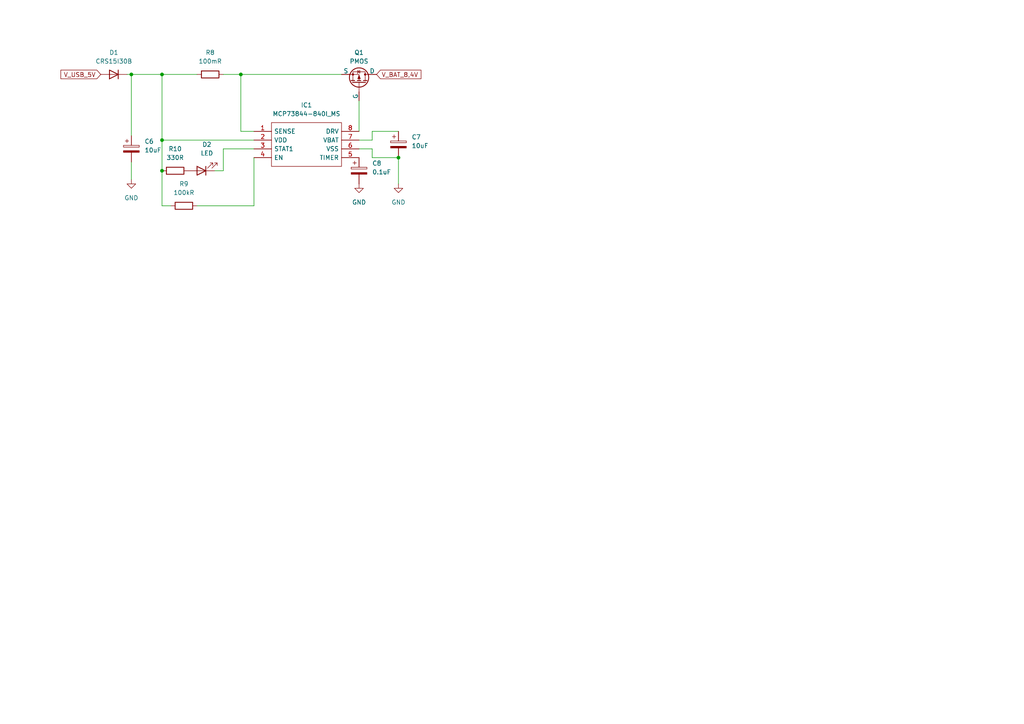
<source format=kicad_sch>
(kicad_sch (version 20230121) (generator eeschema)
  (paper "A4")
  (lib_symbols
    (symbol "Device:C_Polarized" (pin_numbers hide) (pin_names (offset 0.254))
      (property "Reference" "C" (at 0.635 2.54 0))
      (property "Value" "C_Polarized" (at 0.635 -2.54 0))
      (symbol "C_Polarized_0_1"
        (rectangle (start -2.286 0.508) (end 2.286 1.016))
        (polyline (pts (xy -1.778 2.286) (xy -0.762 2.286)))
        (polyline (pts (xy -1.27 2.794) (xy -1.27 1.778)))
        (rectangle (start 2.286 -0.508) (end -2.286 -1.016) (fill (type outline)))
      )
      (symbol "C_Polarized_1_1"
        (pin passive line (at 0 3.81 270) (length 2.794) (name "~") (number "1"))
        (pin passive line (at 0 -3.81 90) (length 2.794) (name "~") (number "2"))
      )
    )
    (symbol "Device:D" (pin_numbers hide) (pin_names (offset 1.016) hide)
      (property "Reference" "D" (at 0 2.54 0))
      (property "Value" "D" (at 0 -2.54 0))
      (symbol "D_0_1"
        (polyline (pts (xy -1.27 1.27) (xy -1.27 -1.27)) (stroke (width 0.254)))
        (polyline (pts (xy 1.27 0) (xy -1.27 0)))
        (polyline (pts (xy 1.27 1.27) (xy 1.27 -1.27) (xy -1.27 0) (xy 1.27 1.27)) (stroke (width 0.254)))
      )
      (symbol "D_1_1"
        (pin passive line (at -3.81 0 0) (length 2.54) (name "K") (number "1"))
        (pin passive line (at 3.81 0 180) (length 2.54) (name "A") (number "2"))
      )
    )
    (symbol "Device:LED" (pin_numbers hide) (pin_names (offset 1.016) hide)
      (property "Reference" "D" (at 0 2.54 0))
      (property "Value" "LED" (at 0 -2.54 0))
      (symbol "LED_0_1"
        (polyline (pts (xy -1.27 -1.27) (xy -1.27 1.27)) (stroke (width 0.254)))
        (polyline (pts (xy -1.27 0) (xy 1.27 0)))
        (polyline (pts (xy 1.27 -1.27) (xy 1.27 1.27) (xy -1.27 0) (xy 1.27 -1.27)) (stroke (width 0.254)))
        (polyline (pts (xy -3.048 -0.762) (xy -4.572 -2.286) (xy -3.81 -2.286) (xy -4.572 -2.286) (xy -4.572 -1.524)))
        (polyline (pts (xy -1.778 -0.762) (xy -3.302 -2.286) (xy -2.54 -2.286) (xy -3.302 -2.286) (xy -3.302 -1.524)))
      )
      (symbol "LED_1_1"
        (pin passive line (at -3.81 0 0) (length 2.54) (name "K") (number "1"))
        (pin passive line (at 3.81 0 180) (length 2.54) (name "A") (number "2"))
      )
    )
    (symbol "Device:R" (pin_numbers hide) (pin_names (offset 0))
      (property "Reference" "R" (at 2.032 0 90))
      (property "Value" "R" (at 0 0 90))
      (symbol "R_0_1"
        (rectangle (start -1.016 -2.54) (end 1.016 2.54) (stroke (width 0.254)))
      )
      (symbol "R_1_1"
        (pin passive line (at 0 3.81 270) (length 1.27) (name "~") (number "1"))
        (pin passive line (at 0 -3.81 90) (length 1.27) (name "~") (number "2"))
      )
    )
    (symbol "Importowane schematy:MCP73844-840I_MS" (pin_names (offset 0.762))
      (property "Reference" "IC" (at 26.67 7.62 0))
      (property "Value" "MCP73844-840I_MS" (at 26.67 5.08 0))
      (symbol "MCP73844-840I_MS_0_0"
        (pin passive line (at 0 0 0) (length 5.08) (name "SENSE") (number "1"))
        (pin passive line (at 0 -2.54 0) (length 5.08) (name "VDD") (number "2"))
        (pin passive line (at 0 -5.08 0) (length 5.08) (name "STAT1") (number "3"))
        (pin passive line (at 0 -7.62 0) (length 5.08) (name "EN") (number "4"))
        (pin passive line (at 30.48 -7.62 180) (length 5.08) (name "TIMER") (number "5"))
        (pin passive line (at 30.48 -5.08 180) (length 5.08) (name "VSS") (number "6"))
        (pin passive line (at 30.48 -2.54 180) (length 5.08) (name "VBAT") (number "7"))
        (pin passive line (at 30.48 0 180) (length 5.08) (name "DRV") (number "8"))
      )
      (symbol "MCP73844-840I_MS_0_1"
        (polyline (pts (xy 5.08 2.54) (xy 25.4 2.54) (xy 25.4 -10.16) (xy 5.08 -10.16) (xy 5.08 2.54)) (stroke (width 0.1524)))
      )
    )
    (symbol "Simulation_SPICE:PMOS" (pin_numbers hide) (pin_names (offset 0))
      (property "Reference" "Q" (at 5.08 1.27 0))
      (property "Value" "PMOS" (at 5.08 -1.27 0))
      (symbol "PMOS_0_1"
        (polyline (pts (xy 0.254 0) (xy -2.54 0)))
        (polyline (pts (xy 0.254 1.905) (xy 0.254 -1.905)) (stroke (width 0.254)))
        (polyline (pts (xy 0.762 -1.27) (xy 0.762 -2.286)) (stroke (width 0.254)))
        (polyline (pts (xy 0.762 0.508) (xy 0.762 -0.508)) (stroke (width 0.254)))
        (polyline (pts (xy 0.762 2.286) (xy 0.762 1.27)) (stroke (width 0.254)))
        (polyline (pts (xy 2.54 2.54) (xy 2.54 1.778)))
        (polyline (pts (xy 2.54 -2.54) (xy 2.54 0) (xy 0.762 0)))
        (polyline (pts (xy 0.762 1.778) (xy 3.302 1.778) (xy 3.302 -1.778) (xy 0.762 -1.778)))
        (polyline (pts (xy 2.286 0) (xy 1.27 0.381) (xy 1.27 -0.381) (xy 2.286 0)) (fill (type outline)))
        (polyline (pts (xy 2.794 -0.508) (xy 2.921 -0.381) (xy 3.683 -0.381) (xy 3.81 -0.254)))
        (polyline (pts (xy 3.302 -0.381) (xy 2.921 0.254) (xy 3.683 0.254) (xy 3.302 -0.381)))
        (circle (center 1.651 0) (radius 2.794) (stroke (width 0.254)))
        (circle (center 2.54 -1.778) (radius 0.254) (fill (type outline)))
        (circle (center 2.54 1.778) (radius 0.254) (fill (type outline)))
      )
      (symbol "PMOS_1_1"
        (pin passive line (at 2.54 5.08 270) (length 2.54) (name "D") (number "1"))
        (pin input line (at -5.08 0 0) (length 2.54) (name "G") (number "2"))
        (pin passive line (at 2.54 -5.08 90) (length 2.54) (name "S") (number "3"))
      )
    )
    (symbol "power:GND" (power) (pin_names (offset 0))
      (property "Value" "GND" (at 0 -3.81 0))
      (symbol "GND_0_1"
        (polyline (pts (xy 0 0) (xy 0 -1.27) (xy 1.27 -1.27) (xy 0 -2.54) (xy -1.27 -1.27) (xy 0 -1.27)))
      )
      (symbol "GND_1_1"
        (pin power_in line (at 0 0 270) (length 0) hide (name "GND") (number "1"))
      )
    )
  )
  (junction (at 46.99 49.53))
  (junction (at 38.1 21.59))
  (junction (at 69.85 21.59))
  (junction (at 46.99 40.64))
  (junction (at 115.57 45.72))
  (junction (at 46.99 21.59))
  (wire (pts (xy 36.83 21.59) (xy 38.1 21.59)))
  (wire (pts (xy 46.99 21.59) (xy 57.15 21.59)))
  (wire (pts (xy 38.1 21.59) (xy 38.1 39.37)))
  (wire (pts (xy 46.99 21.59) (xy 46.99 40.64)))
  (wire (pts (xy 57.15 59.69) (xy 73.66 59.69)))
  (wire (pts (xy 107.95 40.64) (xy 104.14 40.64)))
  (wire (pts (xy 46.99 59.69) (xy 49.53 59.69)))
  (wire (pts (xy 69.85 21.59) (xy 99.06 21.59)))
  (wire (pts (xy 46.99 40.64) (xy 46.99 49.53)))
  (wire (pts (xy 104.14 43.18) (xy 107.95 43.18)))
  (wire (pts (xy 38.1 46.99) (xy 38.1 52.07)))
  (wire (pts (xy 107.95 38.1) (xy 115.57 38.1)))
  (wire (pts (xy 104.14 29.21) (xy 104.14 38.1)))
  (wire (pts (xy 64.77 49.53) (xy 64.77 43.18)))
  (wire (pts (xy 38.1 21.59) (xy 46.99 21.59)))
  (wire (pts (xy 69.85 21.59) (xy 69.85 38.1)))
  (wire (pts (xy 107.95 45.72) (xy 115.57 45.72)))
  (wire (pts (xy 73.66 59.69) (xy 73.66 45.72)))
  (wire (pts (xy 46.99 49.53) (xy 46.99 59.69)))
  (wire (pts (xy 107.95 38.1) (xy 107.95 40.64)))
  (wire (pts (xy 62.23 49.53) (xy 64.77 49.53)))
  (wire (pts (xy 69.85 38.1) (xy 73.66 38.1)))
  (wire (pts (xy 115.57 53.34) (xy 115.57 45.72)))
  (wire (pts (xy 64.77 21.59) (xy 69.85 21.59)))
  (wire (pts (xy 107.95 43.18) (xy 107.95 45.72)))
  (wire (pts (xy 64.77 43.18) (xy 73.66 43.18)))
  (wire (pts (xy 46.99 40.64) (xy 73.66 40.64)))
  (global_label "V_BAT_8,4V" (shape input) (at 109.22 21.59 0) (property "Intersheetrefs" "${INTERSHEET_REFS}" (effects hide)))
  (global_label "V_USB_5V" (shape input) (at 29.21 21.59 180) (property "Intersheetrefs" "${INTERSHEET_REFS}" (effects hide)))
  (symbol (lib_id "power:GND") (at 38.1 52.07 0) (unit 1)
    (property "Reference" "#PWR014" (effects hide))
    (property "Value" "GND" (at 38.1 57.404 0))
    (instances (project "LF_1" (path "" (reference "#PWR014") (unit 1)) (path "" (reference "#PWR035") (unit 1))))
  )
  (symbol (lib_id "Device:R") (at 53.34 59.69 90) (unit 1)
    (property "Reference" "R9" (at 53.34 53.34 90))
    (property "Value" "100kR" (at 53.34 55.88 90))
  )
  (symbol (lib_id "Device:C_Polarized") (at 38.1 43.18 0) (unit 1)
    (property "Reference" "C6" (at 41.91 41.021 0) (effects (justify left)))
    (property "Value" "10uF" (at 41.91 43.561 0) (effects (justify left)))
  )
  (symbol (lib_id "Device:D") (at 33.02 21.59 180) (unit 1)
    (property "Reference" "D1" (at 33.02 15.24 0))
    (property "Value" "CRS15I30B" (at 33.02 17.78 0))
    (property "Sim.Device" "D" (effects hide))
    (property "Sim.Pins" "1=K 2=A" (effects hide))
  )
  (symbol (lib_id "Device:C_Polarized") (at 115.57 41.91 0) (unit 1)
    (property "Reference" "C7" (at 119.38 39.751 0) (effects (justify left)))
    (property "Value" "10uF" (at 119.38 42.291 0) (effects (justify left)))
  )
  (symbol (lib_id "Device:R") (at 60.96 21.59 90) (unit 1)
    (property "Reference" "R8" (at 60.96 15.24 90))
    (property "Value" "100mR" (at 60.96 17.78 90))
  )
  (symbol (lib_id "power:GND") (at 104.14 53.34 0) (unit 1)
    (property "Reference" "#PWR014" (effects hide))
    (property "Value" "GND" (at 104.14 58.674 0))
    (instances (project "LF_1" (path "" (reference "#PWR014") (unit 1)) (path "" (reference "#PWR034") (unit 1))))
  )
  (symbol (lib_id "Device:C_Polarized") (at 104.14 49.53 0) (unit 1)
    (property "Reference" "C8" (at 107.95 47.371 0) (effects (justify left)))
    (property "Value" "0.1uF" (at 107.95 49.911 0) (effects (justify left)))
  )
  (symbol (lib_id "Simulation_SPICE:PMOS") (at 104.14 24.13 270) (mirror x) (unit 1)
    (property "Reference" "Q1" (at 104.14 15.24 90))
    (property "Value" "PMOS" (at 104.14 17.78 90))
    (property "Datasheet" "https://ngspice.sourceforge.io/docs/ngspice-manual.pdf" (effects hide))
    (property "Sim.Device" "PMOS" (effects hide))
    (property "Sim.Type" "VDMOS" (effects hide))
    (property "Sim.Pins" "1=D 2=G 3=S" (effects hide))
  )
  (symbol (lib_id "Importowane schematy:MCP73844-840I_MS") (at 73.66 38.1 0) (unit 1)
    (property "Reference" "IC1" (at 88.9 30.48 0))
    (property "Value" "MCP73844-840I_MS" (at 88.9 33.02 0))
    (property "Footprint" "Importowane schematy:SOP65P490X110-8N" (effects hide))
    (property "Datasheet" "http://ww1.microchip.com/downloads/en/DeviceDoc/21823D.pdf" (effects hide))
    (property "Description" "Li-Ion Charge Controller 8.4V MSOP8" (effects hide))
    (property "Height" "1.1" (effects hide))
    (property "Manufacturer_Name" "Microchip" (effects hide))
    (property "Manufacturer_Part_Number" "MCP73844-840I/MS" (effects hide))
  )
  (symbol (lib_id "Device:R") (at 50.8 49.53 90) (unit 1)
    (property "Reference" "R10" (at 50.8 43.18 90))
    (property "Value" "330R" (at 50.8 45.72 90))
  )
  (symbol (lib_id "power:GND") (at 115.57 53.34 0) (unit 1)
    (property "Reference" "#PWR014" (effects hide))
    (property "Value" "GND" (at 115.57 58.674 0))
    (instances (project "LF_1" (path "" (reference "#PWR014") (unit 1)) (path "" (reference "#PWR033") (unit 1))))
  )
  (symbol (lib_id "Device:LED") (at 58.42 49.53 180) (unit 1)
    (property "Reference" "D2" (at 60.0075 41.91 0))
    (property "Value" "LED" (at 60.0075 44.45 0))
  )
)
</source>
